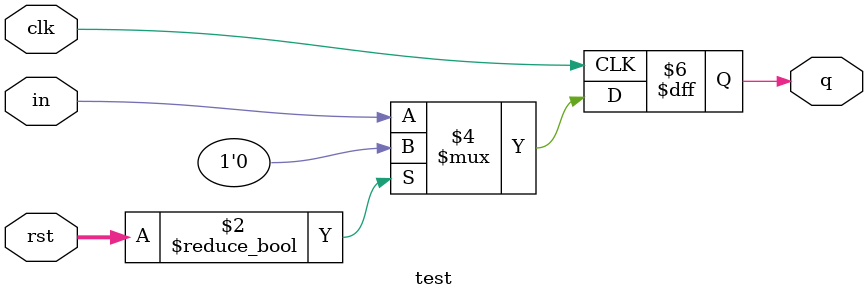
<source format=v>
module test (q, clk, rst, in);
 input in, clk;
 input [1:0] rst;
 output q;
 reg q;
 always @(posedge clk)
   if (rst) //reset signal "rst" is multiple bit signal
     q <= 0;
   else
     q <= in;
endmodule


</source>
